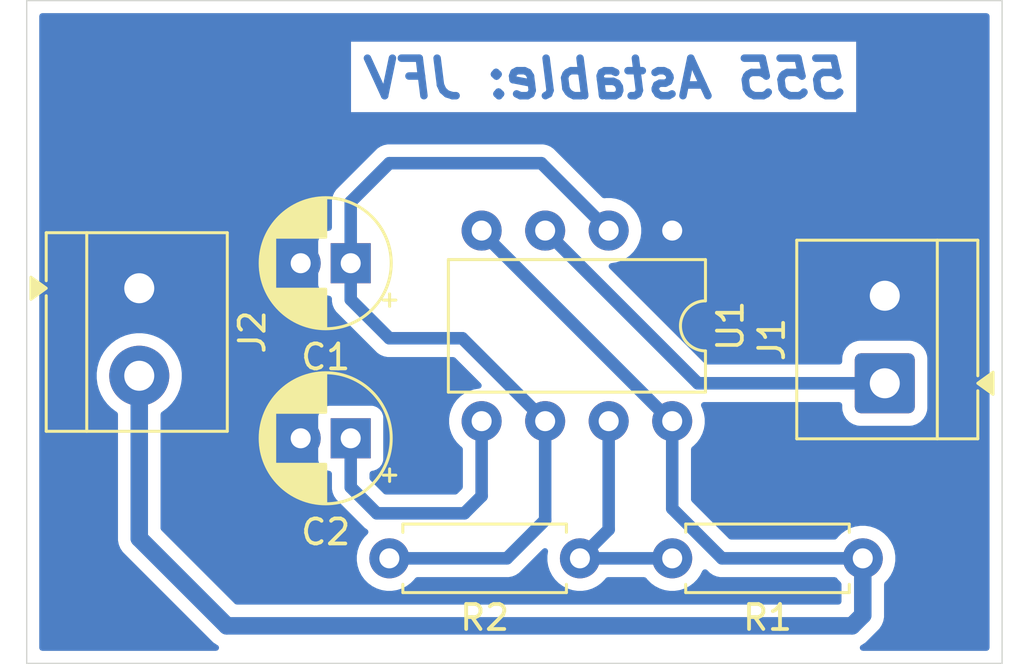
<source format=kicad_pcb>
(kicad_pcb (version 20241229) (generator "pcbnew") (generator_version "9.0")
  (layers (0 "F.Cu" signal) (2 "B.Cu" signal) (13 "F.Paste" user) (15 "B.Paste" user) (5 "F.SilkS" user "F.Silkscreen") (7 "B.SilkS" user "B.Silkscreen") (1 "F.Mask" user) (3 "B.Mask" user) (25 "Edge.Cuts" user))
  (net 0 "")
  (net 1 "Net-(U1-THR)")
  (net 2 "GND")
  (net 3 "Net-(U1-CV)")
  (net 4 "Net-(J1-Pin_1)")
  (net 5 "Net-(J2-Pin_2)")
  (net 6 "Net-(U1-DIS)")
  (footprint "Capacitor_THT:CP_Radial_D5.0mm_P2.00mm" (layer "F.Cu") (at 137.955113 106 180)
    (property "Reference" "C1" (at 1 -3.75 0) (layer "F.SilkS"))
    (property "Value" "C_Polarized_Small_US")
    (fp_line (start 3.6 -0.283) (end 3.6 0.283) (stroke (width 0.12)) (layer "F.SilkS"))
    (fp_line (start 3.56 -0.517) (end 3.56 0.517) (stroke (width 0.12)) (layer "F.SilkS"))
    (fp_line (start 3.52 -0.677) (end 3.52 0.677) (stroke (width 0.12)) (layer "F.SilkS"))
    (fp_line (start 3.48 -0.805) (end 3.48 0.805) (stroke (width 0.12)) (layer "F.SilkS"))
    (fp_line (start 3.44 -0.914) (end 3.44 0.914) (stroke (width 0.12)) (layer "F.SilkS"))
    (fp_line (start 3.4 -1.011) (end 3.4 1.011) (stroke (width 0.12)) (layer "F.SilkS"))
    (fp_line (start 3.36 -1.098) (end 3.36 1.098) (stroke (width 0.12)) (layer "F.SilkS"))
    (fp_line (start 3.32 -1.177) (end 3.32 1.177) (stroke (width 0.12)) (layer "F.SilkS"))
    (fp_line (start 3.28 -1.251) (end 3.28 1.251) (stroke (width 0.12)) (layer "F.SilkS"))
    (fp_line (start 3.24 -1.319) (end 3.24 1.319) (stroke (width 0.12)) (layer "F.SilkS"))
    (fp_line (start 3.2 -1.383) (end 3.2 1.383) (stroke (width 0.12)) (layer "F.SilkS"))
    (fp_line (start 3.16 -1.443) (end 3.16 1.443) (stroke (width 0.12)) (layer "F.SilkS"))
    (fp_line (start 3.12 -1.499) (end 3.12 1.499) (stroke (width 0.12)) (layer "F.SilkS"))
    (fp_line (start 3.08 -1.553) (end 3.08 1.553) (stroke (width 0.12)) (layer "F.SilkS"))
    (fp_line (start 3.04 -1.604) (end 3.04 1.604) (stroke (width 0.12)) (layer "F.SilkS"))
    (fp_line (start 3 1.04) (end 3 1.652) (stroke (width 0.12)) (layer "F.SilkS"))
    (fp_line (start 3 -1.652) (end 3 -1.04) (stroke (width 0.12)) (layer "F.SilkS"))
    (fp_line (start 2.96 1.04) (end 2.96 1.699) (stroke (width 0.12)) (layer "F.SilkS"))
    (fp_line (start 2.96 -1.699) (end 2.96 -1.04) (stroke (width 0.12)) (layer "F.SilkS"))
    (fp_line (start 2.92 1.04) (end 2.92 1.743) (stroke (width 0.12)) (layer "F.SilkS"))
    (fp_line (start 2.92 -1.743) (end 2.92 -1.04) (stroke (width 0.12)) (layer "F.SilkS"))
    (fp_line (start 2.88 1.04) (end 2.88 1.785) (stroke (width 0.12)) (layer "F.SilkS"))
    (fp_line (start 2.88 -1.785) (end 2.88 -1.04) (stroke (width 0.12)) (layer "F.SilkS"))
    (fp_line (start 2.84 1.04) (end 2.84 1.825) (stroke (width 0.12)) (layer "F.SilkS"))
    (fp_line (start 2.84 -1.825) (end 2.84 -1.04) (stroke (width 0.12)) (layer "F.SilkS"))
    (fp_line (start 2.8 1.04) (end 2.8 1.864) (stroke (width 0.12)) (layer "F.SilkS"))
    (fp_line (start 2.8 -1.864) (end 2.8 -1.04) (stroke (width 0.12)) (layer "F.SilkS"))
    (fp_line (start 2.76 1.04) (end 2.76 1.901) (stroke (width 0.12)) (layer "F.SilkS"))
    (fp_line (start 2.76 -1.901) (end 2.76 -1.04) (stroke (width 0.12)) (layer "F.SilkS"))
    (fp_line (start 2.72 1.04) (end 2.72 1.936) (stroke (width 0.12)) (layer "F.SilkS"))
    (fp_line (start 2.72 -1.936) (end 2.72 -1.04) (stroke (width 0.12)) (layer "F.SilkS"))
    (fp_line (start 2.68 1.04) (end 2.68 1.97) (stroke (width 0.12)) (layer "F.SilkS"))
    (fp_line (start 2.68 -1.97) (end 2.68 -1.04) (stroke (width 0.12)) (layer "F.SilkS"))
    (fp_line (start 2.64 1.04) (end 2.64 2.003) (stroke (width 0.12)) (layer "F.SilkS"))
    (fp_line (start 2.64 -2.003) (end 2.64 -1.04) (stroke (width 0.12)) (layer "F.SilkS"))
    (fp_line (start 2.6 1.04) (end 2.6 2.035) (stroke (width 0.12)) (layer "F.SilkS"))
    (fp_line (start 2.6 -2.035) (end 2.6 -1.04) (stroke (width 0.12)) (layer "F.SilkS"))
    (fp_line (start 2.56 1.04) (end 2.56 2.065) (stroke (width 0.12)) (layer "F.SilkS"))
    (fp_line (start 2.56 -2.065) (end 2.56 -1.04) (stroke (width 0.12)) (layer "F.SilkS"))
    (fp_line (start 2.52 1.04) (end 2.52 2.094) (stroke (width 0.12)) (layer "F.SilkS"))
    (fp_line (start 2.52 -2.094) (end 2.52 -1.04) (stroke (width 0.12)) (layer "F.SilkS"))
    (fp_line (start 2.48 1.04) (end 2.48 2.122) (stroke (width 0.12)) (layer "F.SilkS"))
    (fp_line (start 2.48 -2.122) (end 2.48 -1.04) (stroke (width 0.12)) (layer "F.SilkS"))
    (fp_line (start 2.44 1.04) (end 2.44 2.149) (stroke (width 0.12)) (layer "F.SilkS"))
    (fp_line (start 2.44 -2.149) (end 2.44 -1.04) (stroke (width 0.12)) (layer "F.SilkS"))
    (fp_line (start 2.4 1.04) (end 2.4 2.175) (stroke (width 0.12)) (layer "F.SilkS"))
    (fp_line (start 2.4 -2.175) (end 2.4 -1.04) (stroke (width 0.12)) (layer "F.SilkS"))
    (fp_line (start 2.36 1.04) (end 2.36 2.199) (stroke (width 0.12)) (layer "F.SilkS"))
    (fp_line (start 2.36 -2.199) (end 2.36 -1.04) (stroke (width 0.12)) (layer "F.SilkS"))
    (fp_line (start 2.32 1.04) (end 2.32 2.223) (stroke (width 0.12)) (layer "F.SilkS"))
    (fp_line (start 2.32 -2.223) (end 2.32 -1.04) (stroke (width 0.12)) (layer "F.SilkS"))
    (fp_line (start 2.28 1.04) (end 2.28 2.246) (stroke (width 0.12)) (layer "F.SilkS"))
    (fp_line (start 2.28 -2.246) (end 2.28 -1.04) (stroke (width 0.12)) (layer "F.SilkS"))
    (fp_line (start 2.24 1.04) (end 2.24 2.268) (stroke (width 0.12)) (layer "F.SilkS"))
    (fp_line (start 2.24 -2.268) (end 2.24 -1.04) (stroke (width 0.12)) (layer "F.SilkS"))
    (fp_line (start 2.2 1.04) (end 2.2 2.289) (stroke (width 0.12)) (layer "F.SilkS"))
    (fp_line (start 2.2 -2.289) (end 2.2 -1.04) (stroke (width 0.12)) (layer "F.SilkS"))
    (fp_line (start 2.16 1.04) (end 2.16 2.309) (stroke (width 0.12)) (layer "F.SilkS"))
    (fp_line (start 2.16 -2.309) (end 2.16 -1.04) (stroke (width 0.12)) (layer "F.SilkS"))
    (fp_line (start 2.12 1.04) (end 2.12 2.329) (stroke (width 0.12)) (layer "F.SilkS"))
    (fp_line (start 2.12 -2.329) (end 2.12 -1.04) (stroke (width 0.12)) (layer "F.SilkS"))
    (fp_line (start 2.08 1.04) (end 2.08 2.347) (stroke (width 0.12)) (layer "F.SilkS"))
    (fp_line (start 2.08 -2.347) (end 2.08 -1.04) (stroke (width 0.12)) (layer "F.SilkS"))
    (fp_line (start 2.04 1.04) (end 2.04 2.365) (stroke (width 0.12)) (layer "F.SilkS"))
    (fp_line (start 2.04 -2.365) (end 2.04 -1.04) (stroke (width 0.12)) (layer "F.SilkS"))
    (fp_line (start 2 1.04) (end 2 2.382) (stroke (width 0.12)) (layer "F.SilkS"))
    (fp_line (start 2 -2.382) (end 2 -1.04) (stroke (width 0.12)) (layer "F.SilkS"))
    (fp_line (start 1.96 1.04) (end 1.96 2.398) (stroke (width 0.12)) (layer "F.SilkS"))
    (fp_line (start 1.96 -2.398) (end 1.96 -1.04) (stroke (width 0.12)) (layer "F.SilkS"))
    (fp_line (start 1.92 1.04) (end 1.92 2.413) (stroke (width 0.12)) (layer "F.SilkS"))
    (fp_line (start 1.92 -2.413) (end 1.92 -1.04) (stroke (width 0.12)) (layer "F.SilkS"))
    (fp_line (start 1.88 1.04) (end 1.88 2.428) (stroke (width 0.12)) (layer "F.SilkS"))
    (fp_line (start 1.88 -2.428) (end 1.88 -1.04) (stroke (width 0.12)) (layer "F.SilkS"))
    (fp_line (start 1.84 1.04) (end 1.84 2.442) (stroke (width 0.12)) (layer "F.SilkS"))
    (fp_line (start 1.84 -2.442) (end 1.84 -1.04) (stroke (width 0.12)) (layer "F.SilkS"))
    (fp_line (start 1.8 1.04) (end 1.8 2.455) (stroke (width 0.12)) (layer "F.SilkS"))
    (fp_line (start 1.8 -2.455) (end 1.8 -1.04) (stroke (width 0.12)) (layer "F.SilkS"))
    (fp_line (start 1.76 1.04) (end 1.76 2.467) (stroke (width 0.12)) (layer "F.SilkS"))
    (fp_line (start 1.76 -2.467) (end 1.76 -1.04) (stroke (width 0.12)) (layer "F.SilkS"))
    (fp_line (start 1.72 1.04) (end 1.72 2.479) (stroke (width 0.12)) (layer "F.SilkS"))
    (fp_line (start 1.72 -2.479) (end 1.72 -1.04) (stroke (width 0.12)) (layer "F.SilkS"))
    (fp_line (start 1.68 1.04) (end 1.68 2.49) (stroke (width 0.12)) (layer "F.SilkS"))
    (fp_line (start 1.68 -2.49) (end 1.68 -1.04) (stroke (width 0.12)) (layer "F.SilkS"))
    (fp_line (start 1.64 1.04) (end 1.64 2.501) (stroke (width 0.12)) (layer "F.SilkS"))
    (fp_line (start 1.64 -2.501) (end 1.64 -1.04) (stroke (width 0.12)) (layer "F.SilkS"))
    (fp_line (start 1.6 1.04) (end 1.6 2.51) (stroke (width 0.12)) (layer "F.SilkS"))
    (fp_line (start 1.6 -2.51) (end 1.6 -1.04) (stroke (width 0.12)) (layer "F.SilkS"))
    (fp_line (start 1.56 1.04) (end 1.56 2.519) (stroke (width 0.12)) (layer "F.SilkS"))
    (fp_line (start 1.56 -2.519) (end 1.56 -1.04) (stroke (width 0.12)) (layer "F.SilkS"))
    (fp_line (start 1.52 1.04) (end 1.52 2.528) (stroke (width 0.12)) (layer "F.SilkS"))
    (fp_line (start 1.52 -2.528) (end 1.52 -1.04) (stroke (width 0.12)) (layer "F.SilkS"))
    (fp_line (start 1.48 1.04) (end 1.48 2.536) (stroke (width 0.12)) (layer "F.SilkS"))
    (fp_line (start 1.48 -2.536) (end 1.48 -1.04) (stroke (width 0.12)) (layer "F.SilkS"))
    (fp_line (start 1.44 1.04) (end 1.44 2.543) (stroke (width 0.12)) (layer "F.SilkS"))
    (fp_line (start 1.44 -2.543) (end 1.44 -1.04) (stroke (width 0.12)) (layer "F.SilkS"))
    (fp_line (start 1.4 1.04) (end 1.4 2.549) (stroke (width 0.12)) (layer "F.SilkS"))
    (fp_line (start 1.4 -2.549) (end 1.4 -1.04) (stroke (width 0.12)) (layer "F.SilkS"))
    (fp_line (start 1.36 1.04) (end 1.36 2.555) (stroke (width 0.12)) (layer "F.SilkS"))
    (fp_line (start 1.36 -2.555) (end 1.36 -1.04) (stroke (width 0.12)) (layer "F.SilkS"))
    (fp_line (start 1.32 1.04) (end 1.32 2.56) (stroke (width 0.12)) (layer "F.SilkS"))
    (fp_line (start 1.32 -2.56) (end 1.32 -1.04) (stroke (width 0.12)) (layer "F.SilkS"))
    (fp_line (start 1.28 1.04) (end 1.28 2.565) (stroke (width 0.12)) (layer "F.SilkS"))
    (fp_line (start 1.28 -2.565) (end 1.28 -1.04) (stroke (width 0.12)) (layer "F.SilkS"))
    (fp_line (start 1.24 1.04) (end 1.24 2.569) (stroke (width 0.12)) (layer "F.SilkS"))
    (fp_line (start 1.24 -2.569) (end 1.24 -1.04) (stroke (width 0.12)) (layer "F.SilkS"))
    (fp_line (start 1.2 1.04) (end 1.2 2.572) (stroke (width 0.12)) (layer "F.SilkS"))
    (fp_line (start 1.2 -2.572) (end 1.2 -1.04) (stroke (width 0.12)) (layer "F.SilkS"))
    (fp_line (start 1.16 1.04) (end 1.16 2.575) (stroke (width 0.12)) (layer "F.SilkS"))
    (fp_line (start 1.16 -2.575) (end 1.16 -1.04) (stroke (width 0.12)) (layer "F.SilkS"))
    (fp_line (start 1.12 1.04) (end 1.12 2.577) (stroke (width 0.12)) (layer "F.SilkS"))
    (fp_line (start 1.12 -2.577) (end 1.12 -1.04) (stroke (width 0.12)) (layer "F.SilkS"))
    (fp_line (start 1.08 1.04) (end 1.08 2.579) (stroke (width 0.12)) (layer "F.SilkS"))
    (fp_line (start 1.08 -2.579) (end 1.08 -1.04) (stroke (width 0.12)) (layer "F.SilkS"))
    (fp_line (start 1.04 1.04) (end 1.04 2.58) (stroke (width 0.12)) (layer "F.SilkS"))
    (fp_line (start 1.04 -2.58) (end 1.04 -1.04) (stroke (width 0.12)) (layer "F.SilkS"))
    (fp_line (start 1 1.04) (end 1 2.58) (stroke (width 0.12)) (layer "F.SilkS"))
    (fp_line (start 1 -2.58) (end 1 -1.04) (stroke (width 0.12)) (layer "F.SilkS"))
    (fp_line (start -1.554775 -1.725) (end -1.554775 -1.225) (stroke (width 0.12)) (layer "F.SilkS"))
    (fp_line (start -1.804775 -1.475) (end -1.304775 -1.475) (stroke (width 0.12)) (layer "F.SilkS"))
    (fp_circle (center 1 0) (end 3.62 0) (stroke (width 0.12)) (fill no) (layer "F.SilkS"))
    (pad "1" thru_hole rect (at 0 0 180) (size 1.6 1.6) (drill 0.8) (layers "*.Cu" "*.Mask") (net 1 "Net-(U1-THR)"))
    (pad "2" thru_hole circle (at 2 0 180) (size 1.6 1.6) (drill 0.8) (layers "*.Cu" "*.Mask") (net 2 "GND"))
  )
  (footprint "TerminalBlock_4Ucon:TerminalBlock_4Ucon_1x02_P3.50mm_Horizontal" (layer "F.Cu") (at 159.31 110.8 90)
    (property "Reference" "J1" (at 1.75 -4.52 90) (layer "F.SilkS"))
    (property "Value" "Screw_Terminal_01x02")
    (fp_line (start 5.72 -3.52) (end 5.72 3.72) (stroke (width 0.12)) (layer "F.SilkS"))
    (fp_line (start -2.22 -3.52) (end 5.72 -3.52) (stroke (width 0.12)) (layer "F.SilkS"))
    (fp_line (start -2.22 -3.52) (end -2.22 3.72) (stroke (width 0.12)) (layer "F.SilkS"))
    (fp_line (start -2.22 2.1) (end 5.72 2.1) (stroke (width 0.12)) (layer "F.SilkS"))
    (fp_line (start 0.3 3.72) (end 5.72 3.72) (stroke (width 0.12)) (layer "F.SilkS"))
    (fp_line (start -2.22 3.72) (end -0.3 3.72) (stroke (width 0.12)) (layer "F.SilkS"))
    (fp_poly (pts (xy 0 3.72) (xy 0.44 4.33) (xy -0.44 4.33)) (stroke (width 0.12)) (fill yes) (layer "F.SilkS"))
    (pad "1" thru_hole roundrect (at 0 0 90) (size 2.4 2.4) (drill 1.2) (layers "*.Cu" "*.Mask") (roundrect_rratio 0.104167) (net 4 "Net-(J1-Pin_1)"))
    (pad "2" thru_hole circle (at 3.5 0 90) (size 2.4 2.4) (drill 1.2) (layers "*.Cu" "*.Mask") (net 2 "GND"))
  )
  (footprint "Capacitor_THT:CP_Radial_D5.0mm_P2.00mm" (layer "F.Cu") (at 137.955113 113 180)
    (property "Reference" "C2" (at 1 -3.75 0) (layer "F.SilkS"))
    (property "Value" "C_Polarized_Small_US")
    (fp_line (start 3.6 -0.283) (end 3.6 0.283) (stroke (width 0.12)) (layer "F.SilkS"))
    (fp_line (start 3.56 -0.517) (end 3.56 0.517) (stroke (width 0.12)) (layer "F.SilkS"))
    (fp_line (start 3.52 -0.677) (end 3.52 0.677) (stroke (width 0.12)) (layer "F.SilkS"))
    (fp_line (start 3.48 -0.805) (end 3.48 0.805) (stroke (width 0.12)) (layer "F.SilkS"))
    (fp_line (start 3.44 -0.914) (end 3.44 0.914) (stroke (width 0.12)) (layer "F.SilkS"))
    (fp_line (start 3.4 -1.011) (end 3.4 1.011) (stroke (width 0.12)) (layer "F.SilkS"))
    (fp_line (start 3.36 -1.098) (end 3.36 1.098) (stroke (width 0.12)) (layer "F.SilkS"))
    (fp_line (start 3.32 -1.177) (end 3.32 1.177) (stroke (width 0.12)) (layer "F.SilkS"))
    (fp_line (start 3.28 -1.251) (end 3.28 1.251) (stroke (width 0.12)) (layer "F.SilkS"))
    (fp_line (start 3.24 -1.319) (end 3.24 1.319) (stroke (width 0.12)) (layer "F.SilkS"))
    (fp_line (start 3.2 -1.383) (end 3.2 1.383) (stroke (width 0.12)) (layer "F.SilkS"))
    (fp_line (start 3.16 -1.443) (end 3.16 1.443) (stroke (width 0.12)) (layer "F.SilkS"))
    (fp_line (start 3.12 -1.499) (end 3.12 1.499) (stroke (width 0.12)) (layer "F.SilkS"))
    (fp_line (start 3.08 -1.553) (end 3.08 1.553) (stroke (width 0.12)) (layer "F.SilkS"))
    (fp_line (start 3.04 -1.604) (end 3.04 1.604) (stroke (width 0.12)) (layer "F.SilkS"))
    (fp_line (start 3 1.04) (end 3 1.652) (stroke (width 0.12)) (layer "F.SilkS"))
    (fp_line (start 3 -1.652) (end 3 -1.04) (stroke (width 0.12)) (layer "F.SilkS"))
    (fp_line (start 2.96 1.04) (end 2.96 1.699) (stroke (width 0.12)) (layer "F.SilkS"))
    (fp_line (start 2.96 -1.699) (end 2.96 -1.04) (stroke (width 0.12)) (layer "F.SilkS"))
    (fp_line (start 2.92 1.04) (end 2.92 1.743) (stroke (width 0.12)) (layer "F.SilkS"))
    (fp_line (start 2.92 -1.743) (end 2.92 -1.04) (stroke (width 0.12)) (layer "F.SilkS"))
    (fp_line (start 2.88 1.04) (end 2.88 1.785) (stroke (width 0.12)) (layer "F.SilkS"))
    (fp_line (start 2.88 -1.785) (end 2.88 -1.04) (stroke (width 0.12)) (layer "F.SilkS"))
    (fp_line (start 2.84 1.04) (end 2.84 1.825) (stroke (width 0.12)) (layer "F.SilkS"))
    (fp_line (start 2.84 -1.825) (end 2.84 -1.04) (stroke (width 0.12)) (layer "F.SilkS"))
    (fp_line (start 2.8 1.04) (end 2.8 1.864) (stroke (width 0.12)) (layer "F.SilkS"))
    (fp_line (start 2.8 -1.864) (end 2.8 -1.04) (stroke (width 0.12)) (layer "F.SilkS"))
    (fp_line (start 2.76 1.04) (end 2.76 1.901) (stroke (width 0.12)) (layer "F.SilkS"))
    (fp_line (start 2.76 -1.901) (end 2.76 -1.04) (stroke (width 0.12)) (layer "F.SilkS"))
    (fp_line (start 2.72 1.04) (end 2.72 1.936) (stroke (width 0.12)) (layer "F.SilkS"))
    (fp_line (start 2.72 -1.936) (end 2.72 -1.04) (stroke (width 0.12)) (layer "F.SilkS"))
    (fp_line (start 2.68 1.04) (end 2.68 1.97) (stroke (width 0.12)) (layer "F.SilkS"))
    (fp_line (start 2.68 -1.97) (end 2.68 -1.04) (stroke (width 0.12)) (layer "F.SilkS"))
    (fp_line (start 2.64 1.04) (end 2.64 2.003) (stroke (width 0.12)) (layer "F.SilkS"))
    (fp_line (start 2.64 -2.003) (end 2.64 -1.04) (stroke (width 0.12)) (layer "F.SilkS"))
    (fp_line (start 2.6 1.04) (end 2.6 2.035) (stroke (width 0.12)) (layer "F.SilkS"))
    (fp_line (start 2.6 -2.035) (end 2.6 -1.04) (stroke (width 0.12)) (layer "F.SilkS"))
    (fp_line (start 2.56 1.04) (end 2.56 2.065) (stroke (width 0.12)) (layer "F.SilkS"))
    (fp_line (start 2.56 -2.065) (end 2.56 -1.04) (stroke (width 0.12)) (layer "F.SilkS"))
    (fp_line (start 2.52 1.04) (end 2.52 2.094) (stroke (width 0.12)) (layer "F.SilkS"))
    (fp_line (start 2.52 -2.094) (end 2.52 -1.04) (stroke (width 0.12)) (layer "F.SilkS"))
    (fp_line (start 2.48 1.04) (end 2.48 2.122) (stroke (width 0.12)) (layer "F.SilkS"))
    (fp_line (start 2.48 -2.122) (end 2.48 -1.04) (stroke (width 0.12)) (layer "F.SilkS"))
    (fp_line (start 2.44 1.04) (end 2.44 2.149) (stroke (width 0.12)) (layer "F.SilkS"))
    (fp_line (start 2.44 -2.149) (end 2.44 -1.04) (stroke (width 0.12)) (layer "F.SilkS"))
    (fp_line (start 2.4 1.04) (end 2.4 2.175) (stroke (width 0.12)) (layer "F.SilkS"))
    (fp_line (start 2.4 -2.175) (end 2.4 -1.04) (stroke (width 0.12)) (layer "F.SilkS"))
    (fp_line (start 2.36 1.04) (end 2.36 2.199) (stroke (width 0.12)) (layer "F.SilkS"))
    (fp_line (start 2.36 -2.199) (end 2.36 -1.04) (stroke (width 0.12)) (layer "F.SilkS"))
    (fp_line (start 2.32 1.04) (end 2.32 2.223) (stroke (width 0.12)) (layer "F.SilkS"))
    (fp_line (start 2.32 -2.223) (end 2.32 -1.04) (stroke (width 0.12)) (layer "F.SilkS"))
    (fp_line (start 2.28 1.04) (end 2.28 2.246) (stroke (width 0.12)) (layer "F.SilkS"))
    (fp_line (start 2.28 -2.246) (end 2.28 -1.04) (stroke (width 0.12)) (layer "F.SilkS"))
    (fp_line (start 2.24 1.04) (end 2.24 2.268) (stroke (width 0.12)) (layer "F.SilkS"))
    (fp_line (start 2.24 -2.268) (end 2.24 -1.04) (stroke (width 0.12)) (layer "F.SilkS"))
    (fp_line (start 2.2 1.04) (end 2.2 2.289) (stroke (width 0.12)) (layer "F.SilkS"))
    (fp_line (start 2.2 -2.289) (end 2.2 -1.04) (stroke (width 0.12)) (layer "F.SilkS"))
    (fp_line (start 2.16 1.04) (end 2.16 2.309) (stroke (width 0.12)) (layer "F.SilkS"))
    (fp_line (start 2.16 -2.309) (end 2.16 -1.04) (stroke (width 0.12)) (layer "F.SilkS"))
    (fp_line (start 2.12 1.04) (end 2.12 2.329) (stroke (width 0.12)) (layer "F.SilkS"))
    (fp_line (start 2.12 -2.329) (end 2.12 -1.04) (stroke (width 0.12)) (layer "F.SilkS"))
    (fp_line (start 2.08 1.04) (end 2.08 2.347) (stroke (width 0.12)) (layer "F.SilkS"))
    (fp_line (start 2.08 -2.347) (end 2.08 -1.04) (stroke (width 0.12)) (layer "F.SilkS"))
    (fp_line (start 2.04 1.04) (end 2.04 2.365) (stroke (width 0.12)) (layer "F.SilkS"))
    (fp_line (start 2.04 -2.365) (end 2.04 -1.04) (stroke (width 0.12)) (layer "F.SilkS"))
    (fp_line (start 2 1.04) (end 2 2.382) (stroke (width 0.12)) (layer "F.SilkS"))
    (fp_line (start 2 -2.382) (end 2 -1.04) (stroke (width 0.12)) (layer "F.SilkS"))
    (fp_line (start 1.96 1.04) (end 1.96 2.398) (stroke (width 0.12)) (layer "F.SilkS"))
    (fp_line (start 1.96 -2.398) (end 1.96 -1.04) (stroke (width 0.12)) (layer "F.SilkS"))
    (fp_line (start 1.92 1.04) (end 1.92 2.413) (stroke (width 0.12)) (layer "F.SilkS"))
    (fp_line (start 1.92 -2.413) (end 1.92 -1.04) (stroke (width 0.12)) (layer "F.SilkS"))
    (fp_line (start 1.88 1.04) (end 1.88 2.428) (stroke (width 0.12)) (layer "F.SilkS"))
    (fp_line (start 1.88 -2.428) (end 1.88 -1.04) (stroke (width 0.12)) (layer "F.SilkS"))
    (fp_line (start 1.84 1.04) (end 1.84 2.442) (stroke (width 0.12)) (layer "F.SilkS"))
    (fp_line (start 1.84 -2.442) (end 1.84 -1.04) (stroke (width 0.12)) (layer "F.SilkS"))
    (fp_line (start 1.8 1.04) (end 1.8 2.455) (stroke (width 0.12)) (layer "F.SilkS"))
    (fp_line (start 1.8 -2.455) (end 1.8 -1.04) (stroke (width 0.12)) (layer "F.SilkS"))
    (fp_line (start 1.76 1.04) (end 1.76 2.467) (stroke (width 0.12)) (layer "F.SilkS"))
    (fp_line (start 1.76 -2.467) (end 1.76 -1.04) (stroke (width 0.12)) (layer "F.SilkS"))
    (fp_line (start 1.72 1.04) (end 1.72 2.479) (stroke (width 0.12)) (layer "F.SilkS"))
    (fp_line (start 1.72 -2.479) (end 1.72 -1.04) (stroke (width 0.12)) (layer "F.SilkS"))
    (fp_line (start 1.68 1.04) (end 1.68 2.49) (stroke (width 0.12)) (layer "F.SilkS"))
    (fp_line (start 1.68 -2.49) (end 1.68 -1.04) (stroke (width 0.12)) (layer "F.SilkS"))
    (fp_line (start 1.64 1.04) (end 1.64 2.501) (stroke (width 0.12)) (layer "F.SilkS"))
    (fp_line (start 1.64 -2.501) (end 1.64 -1.04) (stroke (width 0.12)) (layer "F.SilkS"))
    (fp_line (start 1.6 1.04) (end 1.6 2.51) (stroke (width 0.12)) (layer "F.SilkS"))
    (fp_line (start 1.6 -2.51) (end 1.6 -1.04) (stroke (width 0.12)) (layer "F.SilkS"))
    (fp_line (start 1.56 1.04) (end 1.56 2.519) (stroke (width 0.12)) (layer "F.SilkS"))
    (fp_line (start 1.56 -2.519) (end 1.56 -1.04) (stroke (width 0.12)) (layer "F.SilkS"))
    (fp_line (start 1.52 1.04) (end 1.52 2.528) (stroke (width 0.12)) (layer "F.SilkS"))
    (fp_line (start 1.52 -2.528) (end 1.52 -1.04) (stroke (width 0.12)) (layer "F.SilkS"))
    (fp_line (start 1.48 1.04) (end 1.48 2.536) (stroke (width 0.12)) (layer "F.SilkS"))
    (fp_line (start 1.48 -2.536) (end 1.48 -1.04) (stroke (width 0.12)) (layer "F.SilkS"))
    (fp_line (start 1.44 1.04) (end 1.44 2.543) (stroke (width 0.12)) (layer "F.SilkS"))
    (fp_line (start 1.44 -2.543) (end 1.44 -1.04) (stroke (width 0.12)) (layer "F.SilkS"))
    (fp_line (start 1.4 1.04) (end 1.4 2.549) (stroke (width 0.12)) (layer "F.SilkS"))
    (fp_line (start 1.4 -2.549) (end 1.4 -1.04) (stroke (width 0.12)) (layer "F.SilkS"))
    (fp_line (start 1.36 1.04) (end 1.36 2.555) (stroke (width 0.12)) (layer "F.SilkS"))
    (fp_line (start 1.36 -2.555) (end 1.36 -1.04) (stroke (width 0.12)) (layer "F.SilkS"))
    (fp_line (start 1.32 1.04) (end 1.32 2.56) (stroke (width 0.12)) (layer "F.SilkS"))
    (fp_line (start 1.32 -2.56) (end 1.32 -1.04) (stroke (width 0.12)) (layer "F.SilkS"))
    (fp_line (start 1.28 1.04) (end 1.28 2.565) (stroke (width 0.12)) (layer "F.SilkS"))
    (fp_line (start 1.28 -2.565) (end 1.28 -1.04) (stroke (width 0.12)) (layer "F.SilkS"))
    (fp_line (start 1.24 1.04) (end 1.24 2.569) (stroke (width 0.12)) (layer "F.SilkS"))
    (fp_line (start 1.24 -2.569) (end 1.24 -1.04) (stroke (width 0.12)) (layer "F.SilkS"))
    (fp_line (start 1.2 1.04) (end 1.2 2.572) (stroke (width 0.12)) (layer "F.SilkS"))
    (fp_line (start 1.2 -2.572) (end 1.2 -1.04) (stroke (width 0.12)) (layer "F.SilkS"))
    (fp_line (start 1.16 1.04) (end 1.16 2.575) (stroke (width 0.12)) (layer "F.SilkS"))
    (fp_line (start 1.16 -2.575) (end 1.16 -1.04) (stroke (width 0.12)) (layer "F.SilkS"))
    (fp_line (start 1.12 1.04) (end 1.12 2.577) (stroke (width 0.12)) (layer "F.SilkS"))
    (fp_line (start 1.12 -2.577) (end 1.12 -1.04) (stroke (width 0.12)) (layer "F.SilkS"))
    (fp_line (start 1.08 1.04) (end 1.08 2.579) (stroke (width 0.12)) (layer "F.SilkS"))
    (fp_line (start 1.08 -2.579) (end 1.08 -1.04) (stroke (width 0.12)) (layer "F.SilkS"))
    (fp_line (start 1.04 1.04) (end 1.04 2.58) (stroke (width 0.12)) (layer "F.SilkS"))
    (fp_line (start 1.04 -2.58) (end 1.04 -1.04) (stroke (width 0.12)) (layer "F.SilkS"))
    (fp_line (start 1 1.04) (end 1 2.58) (stroke (width 0.12)) (layer "F.SilkS"))
    (fp_line (start 1 -2.58) (end 1 -1.04) (stroke (width 0.12)) (layer "F.SilkS"))
    (fp_line (start -1.554775 -1.725) (end -1.554775 -1.225) (stroke (width 0.12)) (layer "F.SilkS"))
    (fp_line (start -1.804775 -1.475) (end -1.304775 -1.475) (stroke (width 0.12)) (layer "F.SilkS"))
    (fp_circle (center 1 0) (end 3.62 0) (stroke (width 0.12)) (fill no) (layer "F.SilkS"))
    (pad "1" thru_hole rect (at 0 0 180) (size 1.6 1.6) (drill 0.8) (layers "*.Cu" "*.Mask") (net 3 "Net-(U1-CV)"))
    (pad "2" thru_hole circle (at 2 0 180) (size 1.6 1.6) (drill 0.8) (layers "*.Cu" "*.Mask") (net 2 "GND"))
  )
  (footprint "TerminalBlock_4Ucon:TerminalBlock_4Ucon_1x02_P3.50mm_Horizontal" (layer "F.Cu") (at 129.5 107 -90)
    (property "Reference" "J2" (at 1.75 -4.52 90) (layer "F.SilkS"))
    (property "Value" "Screw_Terminal_01x02")
    (fp_line (start -2.22 3.72) (end -0.3 3.72) (stroke (width 0.12)) (layer "F.SilkS"))
    (fp_line (start 0.3 3.72) (end 5.72 3.72) (stroke (width 0.12)) (layer "F.SilkS"))
    (fp_line (start -2.22 2.1) (end 5.72 2.1) (stroke (width 0.12)) (layer "F.SilkS"))
    (fp_line (start -2.22 -3.52) (end -2.22 3.72) (stroke (width 0.12)) (layer "F.SilkS"))
    (fp_line (start -2.22 -3.52) (end 5.72 -3.52) (stroke (width 0.12)) (layer "F.SilkS"))
    (fp_line (start 5.72 -3.52) (end 5.72 3.72) (stroke (width 0.12)) (layer "F.SilkS"))
    (fp_poly (pts (xy 0 3.72) (xy 0.44 4.33) (xy -0.44 4.33)) (stroke (width 0.12)) (fill yes) (layer "F.SilkS"))
    (pad "1" thru_hole roundrect (at 0 0 270) (size 2.4 2.4) (drill 1.2) (layers "*.Cu" "*.Mask") (roundrect_rratio 0.104167) (net 2 "GND"))
    (pad "2" thru_hole circle (at 3.5 0 270) (size 2.4 2.4) (drill 1.2) (layers "*.Cu" "*.Mask") (net 5 "Net-(J2-Pin_2)"))
  )
  (footprint "Resistor_THT:R_Axial_DIN0207_L6.3mm_D2.5mm_P7.62mm_Horizontal" (layer "F.Cu") (at 147.12 117.8 180)
    (property "Reference" "R2" (at 3.81 -2.37 0) (layer "F.SilkS"))
    (property "Value" "R")
    (fp_line (start 7.08 1.37) (end 7.08 1.04) (stroke (width 0.12)) (layer "F.SilkS"))
    (fp_line (start 7.08 -1.37) (end 7.08 -1.04) (stroke (width 0.12)) (layer "F.SilkS"))
    (fp_line (start 0.54 1.37) (end 7.08 1.37) (stroke (width 0.12)) (layer "F.SilkS"))
    (fp_line (start 0.54 1.04) (end 0.54 1.37) (stroke (width 0.12)) (layer "F.SilkS"))
    (fp_line (start 0.54 -1.04) (end 0.54 -1.37) (stroke (width 0.12)) (layer "F.SilkS"))
    (fp_line (start 0.54 -1.37) (end 7.08 -1.37) (stroke (width 0.12)) (layer "F.SilkS"))
    (pad "1" thru_hole circle (at 0 0 180) (size 1.6 1.6) (drill 0.8) (layers "*.Cu" "*.Mask") (net 6 "Net-(U1-DIS)"))
    (pad "2" thru_hole oval (at 7.62 0 180) (size 1.6 1.6) (drill 0.8) (layers "*.Cu" "*.Mask") (net 1 "Net-(U1-THR)"))
  )
  (footprint "Package_DIP:DIP-8_W7.62mm" (layer "F.Cu") (at 150.81 104.695 -90)
    (property "Reference" "U1" (at 3.81 -2.33 90) (layer "F.SilkS"))
    (property "Value" "NE555P")
    (fp_line (start 1.16 8.95) (end 6.46 8.95) (stroke (width 0.12)) (layer "F.SilkS"))
    (fp_line (start 6.46 8.95) (end 6.46 -1.33) (stroke (width 0.12)) (layer "F.SilkS"))
    (fp_line (start 1.16 -1.33) (end 1.16 8.95) (stroke (width 0.12)) (layer "F.SilkS"))
    (fp_line (start 2.81 -1.33) (end 1.16 -1.33) (stroke (width 0.12)) (layer "F.SilkS"))
    (fp_line (start 6.46 -1.33) (end 4.81 -1.33) (stroke (width 0.12)) (layer "F.SilkS"))
    (fp_arc (start 4.81 -1.33) (mid 3.81 -0.33) (end 2.81 -1.33) (stroke (width 0.12)) (layer "F.SilkS"))
    (pad "1" thru_hole roundrect (at 0 0 270) (size 1.6 1.6) (drill 0.8) (layers "*.Cu" "*.Mask") (roundrect_rratio 0.15625) (net 2 "GND"))
    (pad "2" thru_hole circle (at 0 2.54 270) (size 1.6 1.6) (drill 0.8) (layers "*.Cu" "*.Mask") (net 1 "Net-(U1-THR)"))
    (pad "3" thru_hole circle (at 0 5.08 270) (size 1.6 1.6) (drill 0.8) (layers "*.Cu" "*.Mask") (net 4 "Net-(J1-Pin_1)"))
    (pad "4" thru_hole circle (at 0 7.62 270) (size 1.6 1.6) (drill 0.8) (layers "*.Cu" "*.Mask") (net 5 "Net-(J2-Pin_2)"))
    (pad "5" thru_hole circle (at 7.62 7.62 270) (size 1.6 1.6) (drill 0.8) (layers "*.Cu" "*.Mask") (net 3 "Net-(U1-CV)"))
    (pad "6" thru_hole circle (at 7.62 5.08 270) (size 1.6 1.6) (drill 0.8) (layers "*.Cu" "*.Mask") (net 1 "Net-(U1-THR)"))
    (pad "7" thru_hole circle (at 7.62 2.54 270) (size 1.6 1.6) (drill 0.8) (layers "*.Cu" "*.Mask") (net 6 "Net-(U1-DIS)"))
    (pad "8" thru_hole circle (at 7.62 0 270) (size 1.6 1.6) (drill 0.8) (layers "*.Cu" "*.Mask") (net 5 "Net-(J2-Pin_2)"))
  )
  (footprint "Resistor_THT:R_Axial_DIN0207_L6.3mm_D2.5mm_P7.62mm_Horizontal" (layer "F.Cu") (at 158.43 117.8 180)
    (property "Reference" "R1" (at 3.81 -2.37 0) (layer "F.SilkS"))
    (property "Value" "R")
    (fp_line (start 7.08 1.37) (end 7.08 1.04) (stroke (width 0.12)) (layer "F.SilkS"))
    (fp_line (start 7.08 -1.37) (end 7.08 -1.04) (stroke (width 0.12)) (layer "F.SilkS"))
    (fp_line (start 0.54 1.37) (end 7.08 1.37) (stroke (width 0.12)) (layer "F.SilkS"))
    (fp_line (start 0.54 1.04) (end 0.54 1.37) (stroke (width 0.12)) (layer "F.SilkS"))
    (fp_line (start 0.54 -1.04) (end 0.54 -1.37) (stroke (width 0.12)) (layer "F.SilkS"))
    (fp_line (start 0.54 -1.37) (end 7.08 -1.37) (stroke (width 0.12)) (layer "F.SilkS"))
    (pad "1" thru_hole circle (at 0 0 180) (size 1.6 1.6) (drill 0.8) (layers "*.Cu" "*.Mask") (net 5 "Net-(J2-Pin_2)"))
    (pad "2" thru_hole oval (at 7.62 0 180) (size 1.6 1.6) (drill 0.8) (layers "*.Cu" "*.Mask") (net 6 "Net-(U1-DIS)"))
  )
  (gr_line (start 164 122) (end 125 122) (stroke (width 0.05)) (layer "Edge.Cuts"))
  (gr_line (start 125 122) (end 125 95.5) (stroke (width 0.05)) (layer "Edge.Cuts"))
  (gr_line (start 125 95.5) (end 164 95.5) (stroke (width 0.05)) (layer "Edge.Cuts"))
  (gr_line (start 164 95.5) (end 164 122) (stroke (width 0.05)) (layer "Edge.Cuts"))
  (gr_text "555 Astable: JFV" (at 158 99.5 -0) (layer "B.Cu") (effects (font (size 1.5 1.5) (thickness 0.3) (bold yes) (italic yes)) (justify left bottom mirror)))
  (segment (start 137.955113 107.455113) (end 139.5 109) (width 0.5) (layer "B.Cu") (net 1))
  (segment (start 144.2 117.8) (end 145.73 116.27) (width 0.5) (layer "B.Cu") (net 1))
  (segment (start 142.415 109) (end 145.73 112.315) (width 0.5) (layer "B.Cu") (net 1))
  (segment (start 139.5 117.8) (end 144.2 117.8) (width 0.5) (layer "B.Cu") (net 1))
  (segment (start 145.73 116.27) (end 145.73 112.315) (width 0.5) (layer "B.Cu") (net 1))
  (segment (start 145.575 102) (end 148.27 104.695) (width 0.5) (layer "B.Cu") (net 1))
  (segment (start 139.5 109) (end 142.415 109) (width 0.5) (layer "B.Cu") (net 1))
  (segment (start 139.5 102) (end 145.575 102) (width 0.5) (layer "B.Cu") (net 1))
  (segment (start 137.955113 103.544887) (end 139.5 102) (width 0.5) (layer "B.Cu") (net 1))
  (segment (start 137.955113 106) (end 137.955113 103.544887) (width 0.5) (layer "B.Cu") (net 1))
  (segment (start 137.955113 106) (end 137.955113 107.455113) (width 0.5) (layer "B.Cu") (net 1))
  (segment (start 129.5 107) (end 130 107) (width 0.2) (layer "F.Cu") (net 2))
  (segment (start 137.955113 114.955113) (end 137.955113 113) (width 0.5) (layer "B.Cu") (net 3))
  (segment (start 143.19 112.315) (end 143.19 115.31) (width 0.5) (layer "B.Cu") (net 3))
  (segment (start 142.5 116) (end 139 116) (width 0.5) (layer "B.Cu") (net 3))
  (segment (start 139 116) (end 137.955113 114.955113) (width 0.5) (layer "B.Cu") (net 3))
  (segment (start 143.19 115.31) (end 142.5 116) (width 0.5) (layer "B.Cu") (net 3))
  (segment (start 145.73 104.695) (end 151.835 110.8) (width 0.5) (layer "B.Cu") (net 4))
  (segment (start 151.835 110.8) (end 159.31 110.8) (width 0.5) (layer "B.Cu") (net 4))
  (segment (start 143.19 104.7571) (end 150.7479 112.315) (width 0.5) (layer "B.Cu") (net 5))
  (segment (start 158.43 117.8) (end 152.8 117.8) (width 0.5) (layer "B.Cu") (net 5))
  (segment (start 129.5 117) (end 129.5 110.5) (width 0.7) (layer "B.Cu") (net 5))
  (segment (start 143.19 104.695) (end 143.19 104.7571) (width 0.5) (layer "B.Cu") (net 5))
  (segment (start 158.43 117.8) (end 158.43 120.07) (width 0.7) (layer "B.Cu") (net 5))
  (segment (start 133 120.5) (end 129.5 117) (width 0.7) (layer "B.Cu") (net 5))
  (segment (start 150.7479 112.315) (end 150.81 112.315) (width 0.5) (layer "B.Cu") (net 5))
  (segment (start 152.8 117.8) (end 150.81 115.81) (width 0.5) (layer "B.Cu") (net 5))
  (segment (start 150.81 115.81) (end 150.81 112.315) (width 0.5) (layer "B.Cu") (net 5))
  (segment (start 158 120.5) (end 133 120.5) (width 0.7) (layer "B.Cu") (net 5))
  (segment (start 158.43 120.07) (end 158 120.5) (width 0.7) (layer "B.Cu") (net 5))
  (segment (start 148.27 116.65) (end 147.12 117.8) (width 0.5) (layer "B.Cu") (net 6))
  (segment (start 148.27 112.315) (end 148.27 116.65) (width 0.5) (layer "B.Cu") (net 6))
  (segment (start 150.81 117.8) (end 147.12 117.8) (width 0.5) (layer "B.Cu") (net 6))
  (zone (net 2) (net_name "GND") (layer "B.Cu") (connect_pads yes (clearance 0.5)) (min_thickness 0.25) (fill yes (thermal_gap 0.5) (thermal_bridge_width 0.5))
    (polygon (pts (xy 125.5 96) (xy 163.5 96) (xy 163.5 121.5) (xy 125.5 121.5)))
  )
)
</source>
